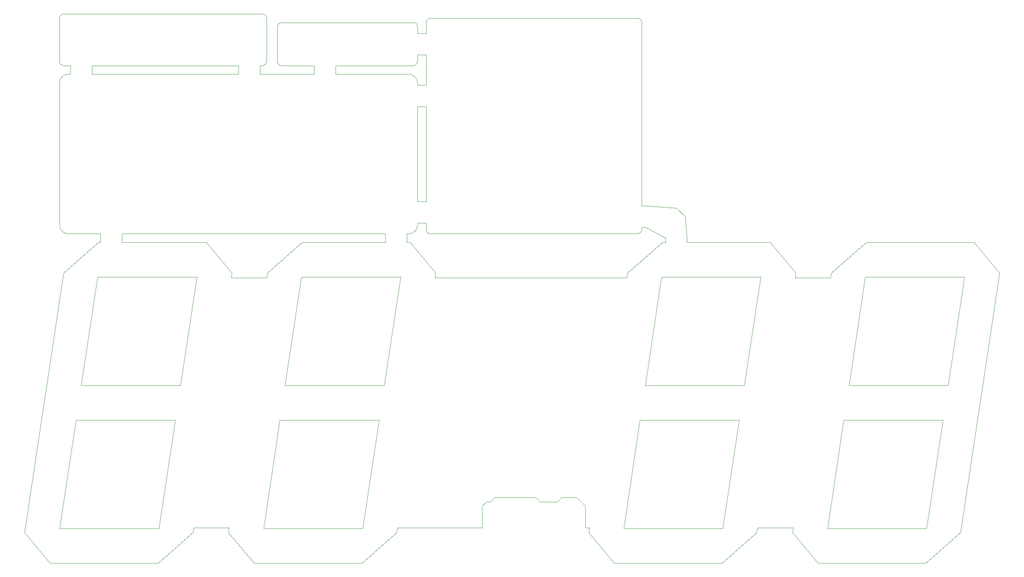
<source format=gbr>
G04 #@! TF.GenerationSoftware,KiCad,Pcbnew,7.0.4-40-g0180cb380f*
G04 #@! TF.CreationDate,2023-05-29T16:48:42-07:00*
G04 #@! TF.ProjectId,SevenSegment,53657665-6e53-4656-976d-656e742e6b69,rev?*
G04 #@! TF.SameCoordinates,Original*
G04 #@! TF.FileFunction,Profile,NP*
%FSLAX46Y46*%
G04 Gerber Fmt 4.6, Leading zero omitted, Abs format (unit mm)*
G04 Created by KiCad (PCBNEW 7.0.4-40-g0180cb380f) date 2023-05-29 16:48:42*
%MOMM*%
%LPD*%
G01*
G04 APERTURE LIST*
G04 #@! TA.AperFunction,Profile*
%ADD10C,0.038100*%
G04 #@! TD*
G04 #@! TA.AperFunction,Profile*
%ADD11C,0.100000*%
G04 #@! TD*
G04 #@! TA.AperFunction,Profile*
%ADD12C,0.120000*%
G04 #@! TD*
G04 APERTURE END LIST*
D10*
X16000000Y-106000000D02*
X16500000Y-111000000D01*
X14000000Y-104000000D02*
X16000000Y-106000000D01*
X7000000Y-103500000D02*
X14000000Y-104000000D01*
X11500000Y-111000000D02*
X7000000Y-108500000D01*
D11*
X35750000Y-112000000D02*
X17000000Y-112000000D01*
D10*
X-44000000Y-108000000D02*
X-44000000Y-109000000D01*
X-46000000Y-70000000D02*
X-46000000Y-69000000D01*
X-44000000Y-61000000D02*
X-44000000Y-63000000D01*
X-64500000Y-71000000D02*
X-47000000Y-71000000D01*
X-128000000Y-71000000D02*
X-127000000Y-71000000D01*
X-64500000Y-73000000D02*
X-48000000Y-73000000D01*
X-82000000Y-73000000D02*
X-70500000Y-73000000D01*
X-54000000Y-110000000D02*
X-114000000Y-110000000D01*
D11*
X-48000000Y-112000000D02*
X-47750000Y-112000000D01*
D10*
X-44000000Y-69000000D02*
X-44000000Y-75000000D01*
D11*
X24790000Y-178400000D02*
X1790000Y-178400000D01*
X-97930000Y-178200000D02*
X-89680000Y-178200000D01*
D10*
X-128000000Y-59000000D02*
G75*
G03*
X-129000000Y-60000000I-1J-999999D01*
G01*
X-77500000Y-71000000D02*
X-70500000Y-71000000D01*
D11*
X10550000Y-120000000D02*
X33550000Y-120000000D01*
X88935000Y-119100000D02*
X83000000Y-112000000D01*
D10*
X5000000Y-110000000D02*
G75*
G03*
X6000000Y-109000000I0J1000000D01*
G01*
X-78500000Y-70000000D02*
G75*
G03*
X-77500000Y-71000000I999999J-1D01*
G01*
D11*
X57800000Y-120000000D02*
X80800000Y-120000000D01*
D10*
X-18580000Y-171200000D02*
X-28080000Y-171200000D01*
D11*
X-81710000Y-178400000D02*
X-77930000Y-153200000D01*
D10*
X-7080000Y-178200000D02*
X-7080000Y-173200000D01*
D11*
X54020000Y-145200000D02*
X57800000Y-120000000D01*
D10*
X-31080000Y-173200000D02*
X-31080000Y-178200000D01*
D11*
X2520000Y-120200000D02*
X-41980000Y-120200000D01*
X-98095000Y-179300000D02*
X-97930000Y-178200000D01*
X2685000Y-119100000D02*
X2520000Y-120200000D01*
X-41815000Y-119100000D02*
X-47750000Y-112000000D01*
X49040000Y-178400000D02*
X52820000Y-153200000D01*
X-100980000Y-145200000D02*
X-123980000Y-145200000D01*
D10*
X-48000000Y-110000000D02*
G75*
G03*
X-46000000Y-108000000I1J1999999D01*
G01*
X-46000000Y-75000000D02*
G75*
G03*
X-48000000Y-73000000I-1999999J1D01*
G01*
X-28080000Y-171200000D02*
X-29080000Y-172200000D01*
X-44000000Y-109000000D02*
G75*
G03*
X-43000000Y-110000000I1000000J0D01*
G01*
D11*
X-80980000Y-120200000D02*
X-89230000Y-120200000D01*
X72040000Y-178400000D02*
X49040000Y-178400000D01*
D10*
X-127000000Y-73000000D02*
G75*
G03*
X-129000000Y-75000000I-1J-1999999D01*
G01*
X5000000Y-60000000D02*
X-43000000Y-60000000D01*
D11*
X-7080000Y-178200000D02*
X-6180000Y-178200000D01*
X28570000Y-153200000D02*
X24790000Y-178400000D01*
X-58910000Y-186400000D02*
X-50845000Y-179300000D01*
D10*
X-82000000Y-71000000D02*
G75*
G03*
X-81000000Y-70000000I1J999999D01*
G01*
D11*
X-102180000Y-153200000D02*
X-105960000Y-178400000D01*
X-106160000Y-186400000D02*
X-98095000Y-179300000D01*
D10*
X-129000000Y-108000000D02*
G75*
G03*
X-127000000Y-110000000I1999999J-1D01*
G01*
D11*
X33550000Y-120000000D02*
X29770000Y-145200000D01*
D10*
X-44000000Y-81000000D02*
X-44000000Y-102000000D01*
D11*
X-89845000Y-179300000D02*
X-83910000Y-186400000D01*
D10*
X-30080000Y-172200000D02*
X-31080000Y-173200000D01*
D11*
X32820000Y-178200000D02*
X41070000Y-178200000D01*
X-49950000Y-120000000D02*
X-53730000Y-145200000D01*
X6770000Y-145200000D02*
X10550000Y-120000000D01*
X-89230000Y-120200000D02*
X-89065000Y-119100000D01*
D10*
X-9080000Y-171200000D02*
X-12580000Y-171200000D01*
D11*
X-128960000Y-178400000D02*
X-125180000Y-153200000D01*
X-58710000Y-178400000D02*
X-81710000Y-178400000D01*
X49770000Y-120200000D02*
X41520000Y-120200000D01*
D10*
X-129000000Y-108000000D02*
X-129000000Y-75000000D01*
X-121000000Y-73000000D02*
X-88000000Y-73000000D01*
D11*
X41520000Y-120200000D02*
X41685000Y-119100000D01*
X-95000000Y-112000000D02*
X-114000000Y-112000000D01*
X79905000Y-179300000D02*
X88935000Y-119100000D01*
D10*
X-46000000Y-62000000D02*
G75*
G03*
X-47000000Y-61000000I-999999J1D01*
G01*
X-81000000Y-70000000D02*
X-81000000Y-60000000D01*
D11*
X-6180000Y-178200000D02*
X-6345000Y-179300000D01*
X-105960000Y-178400000D02*
X-128960000Y-178400000D01*
D10*
X-43000000Y-110000000D02*
X5000000Y-110000000D01*
D11*
X58000000Y-112000000D02*
X49935000Y-119100000D01*
X-83910000Y-186400000D02*
X-58910000Y-186400000D01*
X46840000Y-186400000D02*
X71840000Y-186400000D01*
X71840000Y-186400000D02*
X79905000Y-179300000D01*
X-54930000Y-153200000D02*
X-58710000Y-178400000D01*
X-50845000Y-179300000D02*
X-50680000Y-178200000D01*
X-76730000Y-145200000D02*
X-72950000Y-120000000D01*
X80800000Y-120000000D02*
X77020000Y-145200000D01*
X-410000Y-186400000D02*
X24590000Y-186400000D01*
X-131160000Y-186400000D02*
X-106160000Y-186400000D01*
D10*
X6000000Y-103000000D02*
X6000000Y-61000000D01*
D11*
X-80815000Y-119100000D02*
X-80980000Y-120200000D01*
D10*
X-43000000Y-60000000D02*
G75*
G03*
X-44000000Y-61000000I0J-1000000D01*
G01*
D11*
X-50680000Y-178200000D02*
X-31080000Y-178200000D01*
X-72950000Y-120000000D02*
X-49950000Y-120000000D01*
X75820000Y-153200000D02*
X72040000Y-178400000D01*
D10*
X-129000000Y-70000000D02*
G75*
G03*
X-128000000Y-71000000I999999J-1D01*
G01*
D11*
X-89680000Y-178200000D02*
X-89845000Y-179300000D01*
D10*
X-17580000Y-172200000D02*
X-18580000Y-171200000D01*
D11*
X-97200000Y-120000000D02*
X-100980000Y-145200000D01*
D10*
X-47000000Y-71000000D02*
G75*
G03*
X-46000000Y-70000000I1J999999D01*
G01*
X-12580000Y-171200000D02*
X-13580000Y-172200000D01*
D11*
X49935000Y-119100000D02*
X49770000Y-120200000D01*
X-89065000Y-119100000D02*
X-95000000Y-112000000D01*
D10*
X-121000000Y-71000000D02*
X-88000000Y-71000000D01*
X-120000000Y-110000000D02*
X-127000000Y-110000000D01*
D11*
X-53730000Y-145200000D02*
X-76730000Y-145200000D01*
X11000000Y-112000000D02*
X10750000Y-112000000D01*
X-120200000Y-120000000D02*
X-97200000Y-120000000D01*
X-125180000Y-153200000D02*
X-102180000Y-153200000D01*
X52820000Y-153200000D02*
X75820000Y-153200000D01*
D10*
X-46000000Y-81000000D02*
X-46000000Y-102000000D01*
D11*
X41070000Y-178200000D02*
X40905000Y-179300000D01*
D10*
X6000000Y-61000000D02*
G75*
G03*
X5000000Y-60000000I-1000000J0D01*
G01*
D11*
X5570000Y-153200000D02*
X28570000Y-153200000D01*
D10*
X-29080000Y-172200000D02*
X-30080000Y-172200000D01*
X-13580000Y-172200000D02*
X-17580000Y-172200000D01*
D11*
X-54000000Y-112000000D02*
X-72750000Y-112000000D01*
X40905000Y-179300000D02*
X46840000Y-186400000D01*
D10*
X-81000000Y-60000000D02*
G75*
G03*
X-82000000Y-59000000I-999999J1D01*
G01*
X-9080000Y-171200000D02*
X-7080000Y-173200000D01*
D11*
X-120000000Y-112000000D02*
X-128065000Y-119100000D01*
X83000000Y-112000000D02*
X58000000Y-112000000D01*
D10*
X-46000000Y-63000000D02*
X-46000000Y-62000000D01*
D11*
X-128065000Y-119100000D02*
X-137095000Y-179300000D01*
D10*
X-47000000Y-61000000D02*
X-77500000Y-61000000D01*
D11*
X-77930000Y-153200000D02*
X-54930000Y-153200000D01*
X24590000Y-186400000D02*
X32655000Y-179300000D01*
X32655000Y-179300000D02*
X32820000Y-178200000D01*
X-41980000Y-120200000D02*
X-41815000Y-119100000D01*
X29770000Y-145200000D02*
X6770000Y-145200000D01*
D10*
X-77500000Y-61000000D02*
G75*
G03*
X-78500000Y-62000000I-1J-999999D01*
G01*
D11*
X1790000Y-178400000D02*
X5570000Y-153200000D01*
X10750000Y-112000000D02*
X2685000Y-119100000D01*
D10*
X-129000000Y-60000000D02*
X-129000000Y-70000000D01*
D11*
X-137095000Y-179300000D02*
X-131160000Y-186400000D01*
X77020000Y-145200000D02*
X54020000Y-145200000D01*
D10*
X-78500000Y-62000000D02*
X-78500000Y-70000000D01*
D11*
X41685000Y-119100000D02*
X35750000Y-112000000D01*
D10*
X-82000000Y-59000000D02*
X-128000000Y-59000000D01*
D11*
X-123980000Y-145200000D02*
X-120200000Y-120000000D01*
X-72750000Y-112000000D02*
X-80815000Y-119100000D01*
X-6345000Y-179300000D02*
X-410000Y-186400000D01*
D12*
X6000000Y-109000000D02*
X6000000Y-108500000D01*
X7000000Y-108500000D02*
X6000000Y-108500000D01*
X6000000Y-103500000D02*
X7000000Y-103500000D01*
X6000000Y-103500000D02*
X6000000Y-103000000D01*
X17000000Y-112000000D02*
X16500000Y-112000000D01*
X16500000Y-111000000D02*
X16500000Y-112000000D01*
X11500000Y-112000000D02*
X11500000Y-111000000D01*
X11500000Y-112000000D02*
X11000000Y-112000000D01*
X-127000000Y-71000000D02*
X-126500000Y-71000000D01*
X-126500000Y-72000000D02*
X-126500000Y-71000000D01*
X-121500000Y-71000000D02*
X-121500000Y-72000000D01*
X-121500000Y-71000000D02*
X-121000000Y-71000000D01*
X-121000000Y-73000000D02*
X-121500000Y-73000000D01*
X-121500000Y-72000000D02*
X-121500000Y-73000000D01*
X-126500000Y-73000000D02*
X-126500000Y-72000000D01*
X-126500000Y-73000000D02*
X-127000000Y-73000000D01*
X-44000000Y-63000000D02*
X-44000000Y-63500000D01*
X-45000000Y-63500000D02*
X-44000000Y-63500000D01*
X-44000000Y-68500000D02*
X-45000000Y-68500000D01*
X-44000000Y-68500000D02*
X-44000000Y-69000000D01*
X-46000000Y-63500000D02*
X-46000000Y-63000000D01*
X-46000000Y-63500000D02*
X-45000000Y-63500000D01*
X-45000000Y-68500000D02*
X-46000000Y-68500000D01*
X-46000000Y-69000000D02*
X-46000000Y-68500000D01*
X-70500000Y-71000000D02*
X-70000000Y-71000000D01*
X-70000000Y-72000000D02*
X-70000000Y-71000000D01*
X-65000000Y-71000000D02*
X-65000000Y-72000000D01*
X-65000000Y-71000000D02*
X-64500000Y-71000000D01*
X-64500000Y-73000000D02*
X-65000000Y-73000000D01*
X-65000000Y-72000000D02*
X-65000000Y-73000000D01*
X-70000000Y-73000000D02*
X-70000000Y-72000000D01*
X-70000000Y-73000000D02*
X-70500000Y-73000000D01*
X-82500000Y-71000000D02*
X-82000000Y-71000000D01*
X-82500000Y-71000000D02*
X-82500000Y-72000000D01*
X-87500000Y-72000000D02*
X-87500000Y-71000000D01*
X-88000000Y-71000000D02*
X-87500000Y-71000000D01*
X-87500000Y-73000000D02*
X-88000000Y-73000000D01*
X-87500000Y-73000000D02*
X-87500000Y-72000000D01*
X-82500000Y-72000000D02*
X-82500000Y-73000000D01*
X-82000000Y-73000000D02*
X-82500000Y-73000000D01*
X-44000000Y-102000000D02*
X-44000000Y-102500000D01*
X-45000000Y-102500000D02*
X-44000000Y-102500000D01*
X-44000000Y-107500000D02*
X-45000000Y-107500000D01*
X-44000000Y-107500000D02*
X-44000000Y-108000000D01*
X-46000000Y-108000000D02*
X-46000000Y-107500000D01*
X-45000000Y-107500000D02*
X-46000000Y-107500000D01*
X-46000000Y-102500000D02*
X-45000000Y-102500000D01*
X-46000000Y-102500000D02*
X-46000000Y-102000000D01*
X-53500000Y-112000000D02*
X-54000000Y-112000000D01*
X-53500000Y-112000000D02*
X-53500000Y-111000000D01*
X-48500000Y-111000000D02*
X-48500000Y-112000000D01*
X-48000000Y-112000000D02*
X-48500000Y-112000000D01*
X-48500000Y-110000000D02*
X-48000000Y-110000000D01*
X-48500000Y-110000000D02*
X-48500000Y-111000000D01*
X-53500000Y-111000000D02*
X-53500000Y-110000000D01*
X-54000000Y-110000000D02*
X-53500000Y-110000000D01*
X-114000000Y-112000000D02*
X-114500000Y-112000000D01*
X-114500000Y-111000000D02*
X-114500000Y-112000000D01*
X-119500000Y-112000000D02*
X-119500000Y-111000000D01*
X-119500000Y-112000000D02*
X-120000000Y-112000000D01*
X-120000000Y-110000000D02*
X-119500000Y-110000000D01*
X-119500000Y-111000000D02*
X-119500000Y-110000000D01*
X-114500000Y-110000000D02*
X-114500000Y-111000000D01*
X-114500000Y-110000000D02*
X-114000000Y-110000000D01*
X-44000000Y-80500000D02*
X-44000000Y-81000000D01*
X-44000000Y-80500000D02*
X-45000000Y-80500000D01*
X-45000000Y-75500000D02*
X-44000000Y-75500000D01*
X-44000000Y-75000000D02*
X-44000000Y-75500000D01*
X-46000000Y-75500000D02*
X-46000000Y-75000000D01*
X-46000000Y-81000000D02*
X-46000000Y-80500000D01*
X-45000000Y-80500000D02*
X-46000000Y-80500000D01*
X-46000000Y-75500000D02*
X-45000000Y-75500000D01*
M02*

</source>
